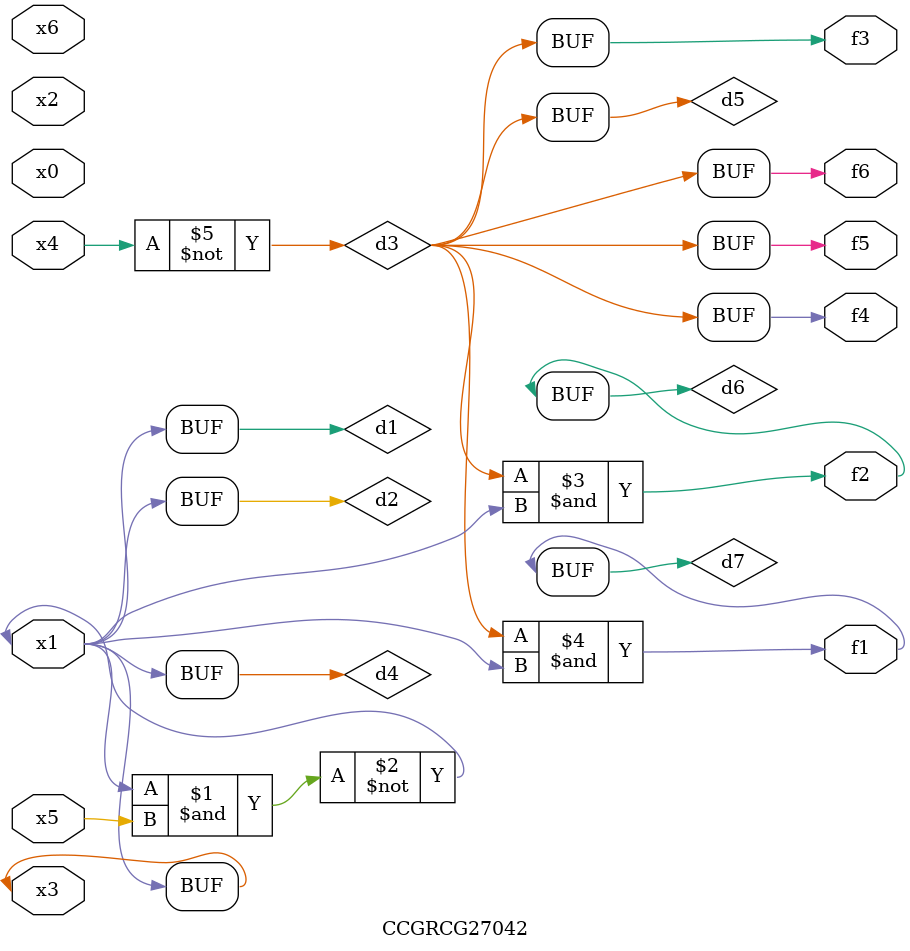
<source format=v>
module CCGRCG27042(
	input x0, x1, x2, x3, x4, x5, x6,
	output f1, f2, f3, f4, f5, f6
);

	wire d1, d2, d3, d4, d5, d6, d7;

	buf (d1, x1, x3);
	nand (d2, x1, x5);
	not (d3, x4);
	buf (d4, d1, d2);
	buf (d5, d3);
	and (d6, d3, d4);
	and (d7, d3, d4);
	assign f1 = d7;
	assign f2 = d6;
	assign f3 = d5;
	assign f4 = d5;
	assign f5 = d5;
	assign f6 = d5;
endmodule

</source>
